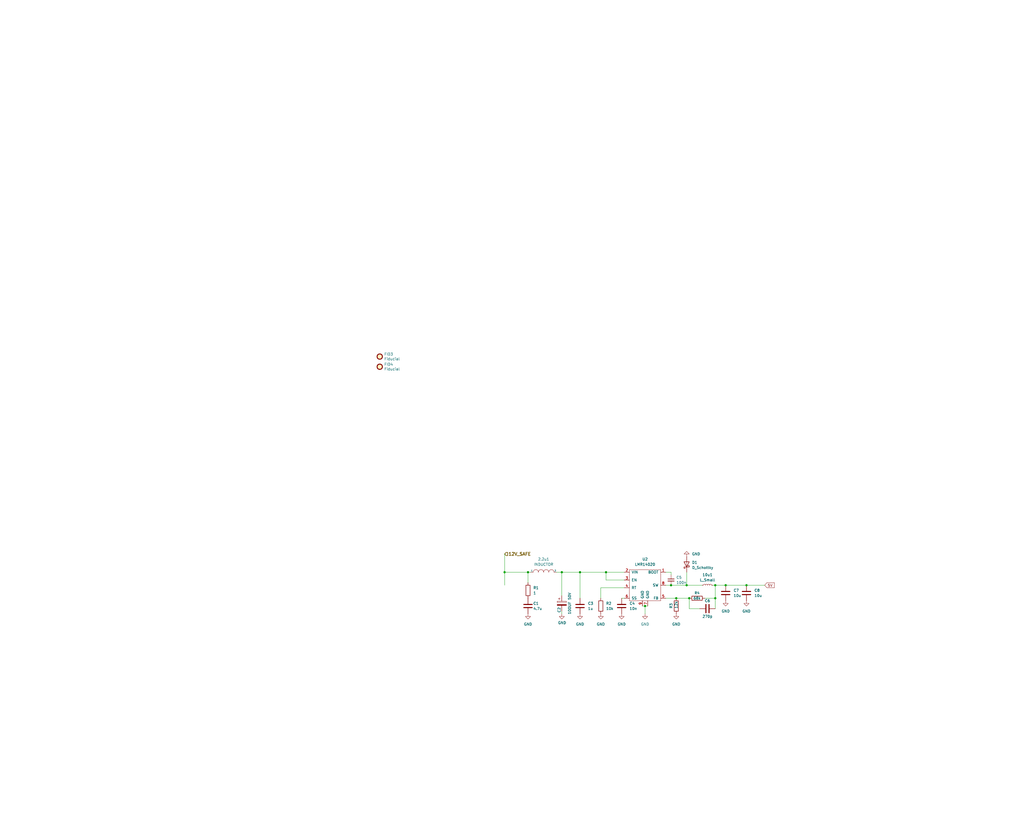
<source format=kicad_sch>
(kicad_sch (version 20211123) (generator eeschema)
  (paper "User" 499.999 399.999)
  (title_block (title "MRE IO Expander") (date "2021-02-") (rev "R0.1") (company "rusEFI.com") (comment 1 "Simon Orchard"))
  (lib_symbols
    (symbol "C_1" (pin_numbers hide) (pin_names (offset 0.254))
      (property "Reference" "C" (at 0.635 2.54 0))
      (property "Value" "C_1" (at 0.635 -2.54 0))
      (symbol "C_1_0_1"
        (polyline (pts (xy -2.032 -0.762) (xy 2.032 -0.762)) (stroke (width 0.508)))
        (polyline (pts (xy -2.032 0.762) (xy 2.032 0.762)) (stroke (width 0.508)))
      )
      (symbol "C_1_1_1"
        (pin passive line (at 0 3.81 270) (length 2.794) (name "~") (number "1"))
        (pin passive line (at 0 -3.81 90) (length 2.794) (name "~") (number "2"))
      )
    )
    (symbol "Device:CP" (pin_numbers hide) (pin_names (offset 0.254))
      (property "Reference" "C" (at 0.635 2.54 0))
      (property "Value" "Device_CP" (at 0.635 -2.54 0))
      (symbol "CP_0_1"
        (rectangle (start -2.286 0.508) (end 2.286 1.016))
        (polyline (pts (xy -1.778 2.286) (xy -0.762 2.286)))
        (polyline (pts (xy -1.27 2.794) (xy -1.27 1.778)))
        (rectangle (start 2.286 -0.508) (end -2.286 -1.016) (fill (type outline)))
      )
      (symbol "CP_1_1"
        (pin passive line (at 0 3.81 270) (length 2.794) (name "~") (number "1"))
        (pin passive line (at 0 -3.81 90) (length 2.794) (name "~") (number "2"))
      )
    )
    (symbol "Device:C_Small" (pin_numbers hide) (pin_names (offset 0.254) hide)
      (property "Reference" "C" (at 0.254 1.778 0))
      (property "Value" "C_Small" (at 0.254 -2.032 0))
      (symbol "C_Small_0_1"
        (polyline (pts (xy -1.524 -0.508) (xy 1.524 -0.508)) (stroke (width 0.3302)))
        (polyline (pts (xy -1.524 0.508) (xy 1.524 0.508)) (stroke (width 0.3048)))
      )
      (symbol "C_Small_1_1"
        (pin passive line (at 0 2.54 270) (length 2.032) (name "~") (number "1"))
        (pin passive line (at 0 -2.54 90) (length 2.032) (name "~") (number "2"))
      )
    )
    (symbol "Device:D_Schottky" (pin_numbers hide) (pin_names (offset 1.016) hide)
      (property "Reference" "D" (at 0 2.54 0))
      (property "Value" "D_Schottky" (at 0 -2.54 0))
      (symbol "D_Schottky_0_1"
        (polyline (pts (xy 1.27 0) (xy -1.27 0)))
        (polyline (pts (xy 1.27 1.27) (xy 1.27 -1.27) (xy -1.27 0) (xy 1.27 1.27)) (stroke (width 0.254)))
        (polyline (pts (xy -1.905 0.635) (xy -1.905 1.27) (xy -1.27 1.27) (xy -1.27 -1.27) (xy -0.635 -1.27) (xy -0.635 -0.635)) (stroke (width 0.254)))
      )
      (symbol "D_Schottky_1_1"
        (pin passive line (at -3.81 0 0) (length 2.54) (name "K") (number "1"))
        (pin passive line (at 3.81 0 180) (length 2.54) (name "A") (number "2"))
      )
    )
    (symbol "Device:L_Small" (pin_numbers hide) (pin_names (offset 0.254) hide)
      (property "Reference" "L" (at 0.762 1.016 0))
      (property "Value" "L_Small" (at 0.762 -1.016 0))
      (symbol "L_Small_0_1"
        (arc (start 0 -2.032) (mid 0.508 -1.524) (end 0 -1.016))
        (arc (start 0 -1.016) (mid 0.508 -0.508) (end 0 0))
        (arc (start 0 0) (mid 0.508 0.508) (end 0 1.016))
        (arc (start 0 1.016) (mid 0.508 1.524) (end 0 2.032))
      )
      (symbol "L_Small_1_1"
        (pin passive line (at 0 2.54 270) (length 0.508) (name "~") (number "1"))
        (pin passive line (at 0 -2.54 90) (length 0.508) (name "~") (number "2"))
      )
    )
    (symbol "Device:R" (pin_numbers hide) (pin_names (offset 0))
      (property "Reference" "R" (at 2.032 0 90))
      (property "Value" "R" (at 0 0 90))
      (symbol "R_0_1"
        (rectangle (start -1.016 -2.54) (end 1.016 2.54) (stroke (width 0.254)))
      )
      (symbol "R_1_1"
        (pin passive line (at 0 3.81 270) (length 1.27) (name "~") (number "1"))
        (pin passive line (at 0 -3.81 90) (length 1.27) (name "~") (number "2"))
      )
    )
    (symbol "GND_1" (power) (pin_names (offset 0))
      (property "Value" "GND_1" (at 0 -3.81 0))
      (symbol "GND_1_0_1"
        (polyline (pts (xy 0 0) (xy 0 -1.27) (xy 1.27 -1.27) (xy 0 -2.54) (xy -1.27 -1.27) (xy 0 -1.27)))
      )
      (symbol "GND_1_1_1"
        (pin power_in line (at 0 0 270) (length 0) hide (name "GND") (number "1"))
      )
    )
    (symbol "Mechanical:Fiducial"
      (property "Reference" "FID" (at 0 5.08 0))
      (property "Value" "Mechanical_Fiducial" (at 0 3.175 0))
      (symbol "Fiducial_0_1"
        (circle (center 0 0) (radius 1.27) (stroke (width 0.508)) (fill (type background)))
      )
    )
    (symbol "Simon:LMR14020" (pin_names (offset 1.016))
      (property "Reference" "U" (at -3.81 -11.43 0))
      (property "Value" "LMR14020" (at 2.54 8.89 0))
      (symbol "LMR14020_0_1"
        (rectangle (start -5.08 -8.89) (end 10.16 6.35))
      )
      (symbol "LMR14020_1_1"
        (pin bidirectional line (at 12.7 5.08 180) (length 2.54) (name "BOOT") (number "1"))
        (pin power_in line (at -7.62 5.08 0) (length 2.54) (name "VIN") (number "2"))
        (pin input line (at -7.62 1.27 0) (length 2.54) (name "EN") (number "3"))
        (pin bidirectional line (at -7.62 -2.54 0) (length 2.54) (name "RT") (number "4"))
        (pin input line (at 12.7 -7.62 180) (length 2.54) (name "FB") (number "5"))
        (pin bidirectional line (at -7.62 -7.62 0) (length 2.54) (name "SS") (number "6"))
        (pin power_in line (at 3.81 -11.43 90) (length 2.54) (name "GND") (number "7"))
        (pin power_out line (at 12.7 -1.27 180) (length 2.54) (name "SW") (number "8"))
        (pin power_in line (at 1.27 -11.43 90) (length 2.54) (name "GND") (number "9"))
      )
    )
    (symbol "power:GND" (power) (pin_names (offset 0))
      (property "Value" "power_GND" (at 0 -3.81 0))
      (symbol "GND_0_1"
        (polyline (pts (xy 0 0) (xy 0 -1.27) (xy 1.27 -1.27) (xy 0 -2.54) (xy -1.27 -1.27) (xy 0 -1.27)))
      )
      (symbol "GND_1_1"
        (pin power_in line (at 0 0 270) (length 0) hide (name "GND") (number "1"))
      )
    )
    (symbol "pspice:INDUCTOR" (pin_numbers hide) (pin_names (offset 0))
      (property "Reference" "L" (at 0 2.54 0))
      (property "Value" "INDUCTOR" (at 0 -1.27 0))
      (symbol "INDUCTOR_0_1"
        (arc (start -2.54 0) (mid -3.81 1.27) (end -5.08 0))
        (arc (start 0 0) (mid -1.27 1.27) (end -2.54 0))
        (arc (start 2.54 0) (mid 1.27 1.27) (end 0 0))
        (arc (start 5.08 0) (mid 3.81 1.27) (end 2.54 0))
      )
      (symbol "INDUCTOR_1_1"
        (pin input line (at -6.35 0 0) (length 1.27) (name "1") (number "1"))
        (pin input line (at 6.35 0 180) (length 1.27) (name "2") (number "2"))
      )
    )
  )
  (junction (at 364.49 285.75))
  (junction (at 354.33 285.75))
  (junction (at 314.96 295.91))
  (junction (at 274.32 279.4))
  (junction (at 335.28 285.75))
  (junction (at 257.81 279.4))
  (junction (at 295.91 279.4))
  (junction (at 349.25 285.75))
  (junction (at 336.55 292.1))
  (junction (at 349.25 292.1))
  (junction (at 246.38 279.4))
  (junction (at 327.66 285.75))
  (junction (at 283.21 279.4))
  (junction (at 330.2 292.1))
  (wire (pts (xy 314.96 295.91) (xy 314.96 299.72)))
  (wire (pts (xy 295.91 279.4) (xy 304.8 279.4)))
  (wire (pts (xy 274.32 290.83) (xy 274.32 279.4)))
  (wire (pts (xy 257.81 284.48) (xy 257.81 279.4)))
  (wire (pts (xy 246.38 279.4) (xy 246.38 285.75)))
  (wire (pts (xy 293.37 287.02) (xy 293.37 292.1)))
  (wire (pts (xy 341.63 297.18) (xy 336.55 297.18)))
  (wire (pts (xy 314.96 295.91) (xy 316.23 295.91)))
  (wire (pts (xy 246.38 270.51) (xy 246.38 279.4)))
  (wire (pts (xy 349.25 285.75) (xy 354.33 285.75)))
  (wire (pts (xy 303.53 292.1) (xy 304.8 292.1)))
  (wire (pts (xy 271.78 279.4) (xy 274.32 279.4)))
  (wire (pts (xy 304.8 287.02) (xy 293.37 287.02)))
  (wire (pts (xy 349.25 292.1) (xy 349.25 297.18)))
  (wire (pts (xy 246.38 279.4) (xy 257.81 279.4)))
  (wire (pts (xy 327.66 280.67) (xy 327.66 279.4)))
  (wire (pts (xy 330.2 292.1) (xy 336.55 292.1)))
  (wire (pts (xy 283.21 279.4) (xy 295.91 279.4)))
  (wire (pts (xy 274.32 298.45) (xy 274.32 299.72)))
  (wire (pts (xy 325.12 285.75) (xy 327.66 285.75)))
  (wire (pts (xy 313.69 295.91) (xy 314.96 295.91)))
  (wire (pts (xy 335.28 279.4) (xy 335.28 285.75)))
  (wire (pts (xy 295.91 283.21) (xy 295.91 279.4)))
  (wire (pts (xy 327.66 279.4) (xy 325.12 279.4)))
  (wire (pts (xy 344.17 292.1) (xy 349.25 292.1)))
  (wire (pts (xy 349.25 285.75) (xy 349.25 292.1)))
  (wire (pts (xy 336.55 297.18) (xy 336.55 292.1)))
  (wire (pts (xy 274.32 279.4) (xy 283.21 279.4)))
  (wire (pts (xy 325.12 292.1) (xy 330.2 292.1)))
  (wire (pts (xy 283.21 279.4) (xy 283.21 292.1)))
  (wire (pts (xy 304.8 283.21) (xy 295.91 283.21)))
  (wire (pts (xy 364.49 285.75) (xy 373.38 285.75)))
  (wire (pts (xy 259.08 279.4) (xy 257.81 279.4)))
  (wire (pts (xy 335.28 285.75) (xy 342.9 285.75)))
  (wire (pts (xy 347.98 285.75) (xy 349.25 285.75)))
  (wire (pts (xy 327.66 285.75) (xy 335.28 285.75)))
  (wire (pts (xy 354.33 285.75) (xy 364.49 285.75)))
  (global_label "5V" (shape input) (at 373.38 285.75 0) (property "Intersheet References" "${INTERSHEET_REFS}" (effects hide)))
  (hierarchical_label "12V_SAFE" (shape input) (at 246.38 270.51 0) (effects (font (size 1.524 1.524) (thickness 0.3048) bold)))
  (symbol (lib_id "Device:CP") (at 274.32 294.64 0) (unit 1)
    (property "Reference" "C2" (at 273.05 297.815 90))
    (property "Value" "100UF 50V" (at 278.13 294.64 90))
    (property "Footprint" "Capacitor_SMD:CP_Elec_8x10.5" (effects hide))
    (property "Manufacturer" "NICHICON" (effects hide))
    (property "Part #" "UCD1H101MNL1GS" (effects hide))
    (property "VEND" "DIGI" (effects hide))
    (property "VEND#" "493-6388-1-ND" (effects hide))
    (property "LCSC" "C134515" (effects hide))
  )
  (symbol (lib_id "power:GND") (at 274.32 299.72 0) (unit 1)
    (property "Reference" "#PWR01" (effects hide))
    (property "Value" "GND" (at 274.447 304.1142 0))
  )
  (symbol (lib_id "Mechanical:Fiducial") (at 185.42 174.117 0) (unit 1)
    (property "Reference" "FID3" (at 187.579 172.9486 0) (effects (justify left)))
    (property "Value" "Fiducial" (at 187.579 175.26 0) (effects (justify left)))
    (property "Footprint" "Fiducial:Fiducial_0.5mm_Mask1mm" (effects hide))
    (property "Datasheet" "DNP" (effects hide))
    (property "Part #" "DNP" (effects hide))
    (property "VEND" "DNP" (effects hide))
    (property "VEND#" "DNP" (effects hide))
    (property "Manufacturer" "DNP" (effects hide))
  )
  (symbol (lib_id "Mechanical:Fiducial") (at 185.42 179.07 0) (unit 1)
    (property "Reference" "FID4" (at 187.579 177.9016 0) (effects (justify left)))
    (property "Value" "Fiducial" (at 187.579 180.213 0) (effects (justify left)))
    (property "Footprint" "Fiducial:Fiducial_0.5mm_Mask1mm" (effects hide))
    (property "Datasheet" "DNP" (effects hide))
    (property "Part #" "DNP" (effects hide))
    (property "VEND" "DNP" (effects hide))
    (property "VEND#" "DNP" (effects hide))
    (property "Manufacturer" "DNP" (effects hide))
  )
  (symbol (lib_id "Device:C_Small") (at 327.66 283.21 0) (unit 1)
    (property "Reference" "C5" (at 330.2 281.9462 0) (effects (justify left)))
    (property "Value" "100n" (at 330.2 284.48 0) (effects (justify left)))
    (property "Footprint" "Capacitor_SMD:C_0603_1608Metric" (effects hide))
  )
  (symbol (lib_name "GND_1") (lib_id "power:GND") (at 293.37 299.72 0) (unit 1)
    (property "Reference" "#PWR0109" (effects hide))
    (property "Value" "GND" (at 293.37 304.8 0))
  )
  (symbol (lib_name "GND_1") (lib_id "power:GND") (at 283.21 299.72 0) (unit 1)
    (property "Reference" "#PWR0110" (effects hide))
    (property "Value" "GND" (at 283.21 304.8 0))
  )
  (symbol (lib_name "GND_1") (lib_id "power:GND") (at 257.81 299.72 0) (unit 1)
    (property "Reference" "#PWR0113" (effects hide))
    (property "Value" "GND" (at 257.81 304.8 0))
  )
  (symbol (lib_name "GND_1") (lib_id "power:GND") (at 364.49 293.37 0) (unit 1)
    (property "Reference" "#PWR0124" (effects hide))
    (property "Value" "GND" (at 364.49 298.45 0))
  )
  (symbol (lib_id "Device:R") (at 257.81 288.29 0) (unit 1)
    (property "Reference" "R1" (at 260.35 287.0199 0) (effects (justify left)))
    (property "Value" "1" (at 260.35 289.5599 0) (effects (justify left)))
    (property "Footprint" "Resistor_SMD:R_0402_1005Metric" (effects hide))
  )
  (symbol (lib_id "Device:R") (at 330.2 295.91 0) (unit 1)
    (property "Reference" "R3" (at 327.66 297.18 90) (effects (justify left)))
    (property "Value" "12k" (at 330.2 297.18 90) (effects (justify left)))
    (property "Footprint" "Resistor_SMD:R_0402_1005Metric" (effects hide))
  )
  (symbol (lib_name "GND_1") (lib_id "power:GND") (at 354.33 293.37 0) (unit 1)
    (property "Reference" "#PWR0126" (effects hide))
    (property "Value" "GND" (at 354.33 298.45 0))
  )
  (symbol (lib_id "Device:L_Small") (at 345.44 285.75 90) (unit 1)
    (property "Reference" "10u1" (at 345.44 280.67 90))
    (property "Value" "L_Small" (at 345.44 283.21 90))
    (property "Footprint" "Inductor_SMD:L_1210_3225Metric" (effects hide))
  )
  (symbol (lib_id "Device:R") (at 340.36 292.1 270) (unit 1)
    (property "Reference" "R4" (at 340.36 289.56 90))
    (property "Value" "68k" (at 340.36 292.1 90))
    (property "Footprint" "Resistor_SMD:R_0402_1005Metric" (effects hide))
  )
  (symbol (lib_name "GND_1") (lib_id "power:GND") (at 314.96 299.72 0) (unit 1)
    (property "Reference" "#PWR0119" (effects hide))
    (property "Value" "GND" (at 314.96 304.8 0))
  )
  (symbol (lib_name "GND_1") (lib_id "power:GND") (at 330.2 299.72 0) (unit 1)
    (property "Reference" "#PWR0116" (effects hide))
    (property "Value" "GND" (at 330.2 304.8 0))
  )
  (symbol (lib_name "C_1") (lib_id "Device:C") (at 345.44 297.18 270) (unit 1)
    (property "Reference" "C6" (at 345.44 293.37 90))
    (property "Value" "270p" (at 345.44 300.99 90))
    (property "Footprint" "Capacitor_SMD:C_0603_1608Metric" (effects hide))
  )
  (symbol (lib_name "C_1") (lib_id "Device:C") (at 354.33 289.56 0) (unit 1)
    (property "Reference" "C7" (at 358.14 288.2899 0) (effects (justify left)))
    (property "Value" "10u" (at 358.14 290.8299 0) (effects (justify left)))
    (property "Footprint" "Capacitor_SMD:C_0603_1608Metric" (effects hide))
  )
  (symbol (lib_id "Device:R") (at 293.37 295.91 0) (unit 1)
    (property "Reference" "R2" (at 295.91 294.6399 0) (effects (justify left)))
    (property "Value" "10k" (at 295.91 297.1799 0) (effects (justify left)))
    (property "Footprint" "Resistor_SMD:R_0402_1005Metric" (effects hide))
  )
  (symbol (lib_name "C_1") (lib_id "Device:C") (at 283.21 295.91 0) (unit 1)
    (property "Reference" "C3" (at 287.02 294.6399 0) (effects (justify left)))
    (property "Value" "1u" (at 287.02 297.1799 0) (effects (justify left)))
    (property "Footprint" "Capacitor_SMD:C_0603_1608Metric" (effects hide))
  )
  (symbol (lib_id "pspice:INDUCTOR") (at 265.43 279.4 0) (unit 1)
    (property "Reference" "2.2u1" (at 265.43 273.05 0))
    (property "Value" "INDUCTOR" (at 265.43 275.59 0))
    (property "Footprint" "Simon:MWSA0503" (effects hide))
  )
  (symbol (lib_name "C_1") (lib_id "Device:C") (at 364.49 289.56 0) (unit 1)
    (property "Reference" "C8" (at 368.3 288.2899 0) (effects (justify left)))
    (property "Value" "10u" (at 368.3 290.8299 0) (effects (justify left)))
    (property "Footprint" "Capacitor_SMD:C_0603_1608Metric" (effects hide))
  )
  (symbol (lib_name "C_1") (lib_id "Device:C") (at 303.53 295.91 0) (unit 1)
    (property "Reference" "C4" (at 307.34 294.6399 0) (effects (justify left)))
    (property "Value" "10n" (at 307.34 297.1799 0) (effects (justify left)))
    (property "Footprint" "Capacitor_SMD:C_0603_1608Metric" (effects hide))
  )
  (symbol (lib_id "Device:D_Schottky") (at 335.28 275.59 90) (unit 1)
    (property "Reference" "D1" (at 337.82 274.6374 90) (effects (justify right)))
    (property "Value" "D_Schottky" (at 337.82 277.1774 90) (effects (justify right)))
    (property "Footprint" "Diode_SMD:D_SMA" (effects hide))
  )
  (symbol (lib_name "GND_1") (lib_id "power:GND") (at 303.53 299.72 0) (unit 1)
    (property "Reference" "#PWR0121" (effects hide))
    (property "Value" "GND" (at 303.53 304.8 0))
  )
  (symbol (lib_id "Simon:LMR14020") (at 312.42 284.48 0) (unit 1)
    (property "Reference" "U2" (at 314.96 273.05 0))
    (property "Value" "LMR14020" (at 314.96 275.59 0))
    (property "Footprint" "Simon:SOIC8-DFN" (effects hide))
  )
  (symbol (lib_name "C_1") (lib_id "Device:C") (at 257.81 295.91 0) (unit 1)
    (property "Reference" "C1" (at 260.35 294.6399 0) (effects (justify left)))
    (property "Value" "4.7u" (at 260.35 297.1799 0) (effects (justify left)))
    (property "Footprint" "Capacitor_SMD:C_0603_1608Metric" (effects hide))
  )
  (symbol (lib_name "GND_1") (lib_id "power:GND") (at 335.28 271.78 180) (unit 1)
    (property "Reference" "#PWR0118" (effects hide))
    (property "Value" "GND" (at 337.82 270.5099 0) (effects (justify right)))
  )
)
</source>
